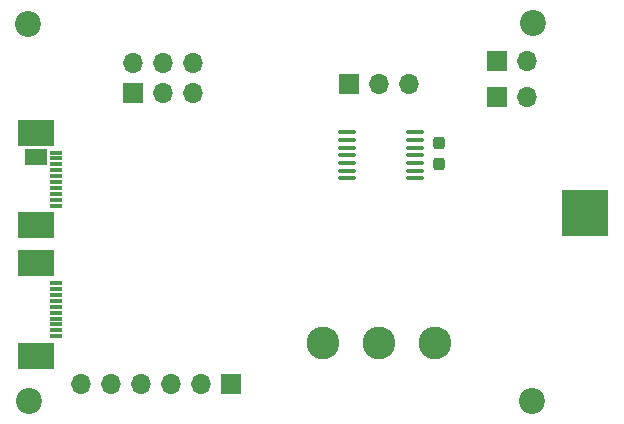
<source format=gbs>
G04 #@! TF.GenerationSoftware,KiCad,Pcbnew,(6.0.1)*
G04 #@! TF.CreationDate,2022-09-26T11:52:35-04:00*
G04 #@! TF.ProjectId,consolizer,636f6e73-6f6c-4697-9a65-722e6b696361,rev?*
G04 #@! TF.SameCoordinates,Original*
G04 #@! TF.FileFunction,Soldermask,Bot*
G04 #@! TF.FilePolarity,Negative*
%FSLAX46Y46*%
G04 Gerber Fmt 4.6, Leading zero omitted, Abs format (unit mm)*
G04 Created by KiCad (PCBNEW (6.0.1)) date 2022-09-26 11:52:35*
%MOMM*%
%LPD*%
G01*
G04 APERTURE LIST*
G04 Aperture macros list*
%AMRoundRect*
0 Rectangle with rounded corners*
0 $1 Rounding radius*
0 $2 $3 $4 $5 $6 $7 $8 $9 X,Y pos of 4 corners*
0 Add a 4 corners polygon primitive as box body*
4,1,4,$2,$3,$4,$5,$6,$7,$8,$9,$2,$3,0*
0 Add four circle primitives for the rounded corners*
1,1,$1+$1,$2,$3*
1,1,$1+$1,$4,$5*
1,1,$1+$1,$6,$7*
1,1,$1+$1,$8,$9*
0 Add four rect primitives between the rounded corners*
20,1,$1+$1,$2,$3,$4,$5,0*
20,1,$1+$1,$4,$5,$6,$7,0*
20,1,$1+$1,$6,$7,$8,$9,0*
20,1,$1+$1,$8,$9,$2,$3,0*%
G04 Aperture macros list end*
%ADD10C,2.200000*%
%ADD11R,1.700000X1.700000*%
%ADD12O,1.700000X1.700000*%
%ADD13R,4.000000X4.000000*%
%ADD14RoundRect,0.237500X-0.237500X0.287500X-0.237500X-0.287500X0.237500X-0.287500X0.237500X0.287500X0*%
%ADD15R,1.100000X0.300000*%
%ADD16R,1.987500X1.362500*%
%ADD17R,3.100000X2.300000*%
%ADD18C,2.775000*%
%ADD19RoundRect,0.100000X-0.637500X-0.100000X0.637500X-0.100000X0.637500X0.100000X-0.637500X0.100000X0*%
G04 APERTURE END LIST*
D10*
X163300000Y-72800000D03*
X163400000Y-104700000D03*
X206000000Y-104700000D03*
D11*
X203000000Y-75900000D03*
D12*
X205540000Y-75900000D03*
D11*
X172200000Y-78600000D03*
D12*
X172200000Y-76060000D03*
X174740000Y-78600000D03*
X174740000Y-76060000D03*
X177280000Y-78600000D03*
X177280000Y-76060000D03*
D11*
X180500000Y-103300000D03*
D12*
X177960000Y-103300000D03*
X175420000Y-103300000D03*
X172880000Y-103300000D03*
X170340000Y-103300000D03*
X167800000Y-103300000D03*
D13*
X210500000Y-88800000D03*
D11*
X190500000Y-77900000D03*
D12*
X193040000Y-77900000D03*
X195580000Y-77900000D03*
D10*
X206100000Y-72700000D03*
D11*
X203000000Y-79000000D03*
D12*
X205540000Y-79000000D03*
D14*
X198100000Y-82900000D03*
X198100000Y-84650000D03*
D15*
X165700000Y-88170000D03*
X165700000Y-87670000D03*
X165700000Y-87170000D03*
X165700000Y-86670000D03*
X165700000Y-86170000D03*
X165700000Y-85670000D03*
X165700000Y-85170000D03*
X165700000Y-84670000D03*
X165700000Y-84170000D03*
X165700000Y-83670000D03*
D16*
X163975000Y-84070000D03*
D17*
X164000000Y-82000000D03*
X164000000Y-89840000D03*
D15*
X165700000Y-99230000D03*
X165700000Y-98730000D03*
X165700000Y-98230000D03*
X165700000Y-97730000D03*
X165700000Y-97230000D03*
X165700000Y-96730000D03*
X165700000Y-96230000D03*
X165700000Y-95730000D03*
X165700000Y-95230000D03*
X165700000Y-94730000D03*
D17*
X164000000Y-100900000D03*
X164000000Y-93060000D03*
D18*
X188290000Y-99822000D03*
X197790000Y-99822000D03*
X193040000Y-99822000D03*
D19*
X190337500Y-85850000D03*
X190337500Y-85200000D03*
X190337500Y-84550000D03*
X190337500Y-83900000D03*
X190337500Y-83250000D03*
X190337500Y-82600000D03*
X190337500Y-81950000D03*
X196062500Y-81950000D03*
X196062500Y-82600000D03*
X196062500Y-83250000D03*
X196062500Y-83900000D03*
X196062500Y-84550000D03*
X196062500Y-85200000D03*
X196062500Y-85850000D03*
M02*

</source>
